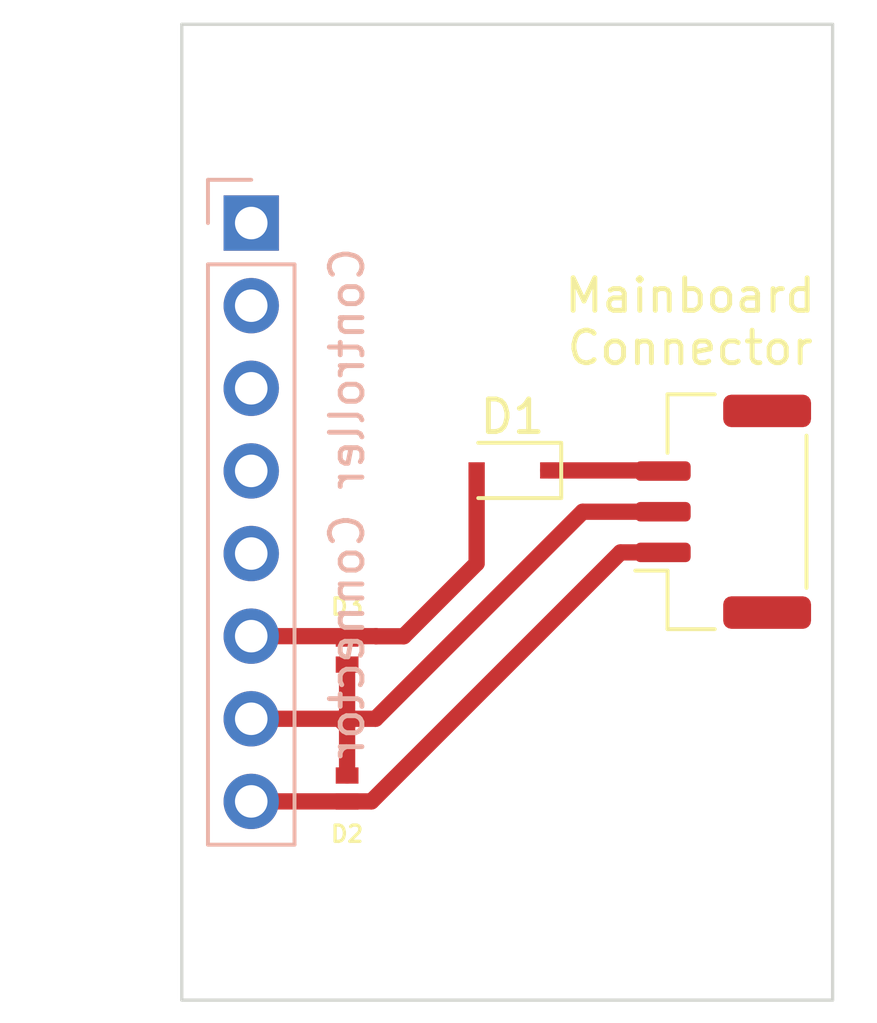
<source format=kicad_pcb>
(kicad_pcb (version 20211014) (generator pcbnew)
  (layers (0 "F.Cu" signal) (31 "B.Cu" signal) (34 "B.Paste" user) (35 "F.Paste" user) (36 "B.SilkS" user "B.Silkscreen") (37 "F.SilkS" user "F.Silkscreen") (38 "B.Mask" user) (39 "F.Mask" user) (44 "Edge.Cuts" user))
  (net 0 "")
  (net 1 "VCC")
  (net 2 "GND")
  (net 3 "/C-Data")
  (net 9 "Net-(D1-Pad2)")
  (footprint "Connector_JST:JST_GH_SM03B-GHS-TB_1x03-1MP_P1.25mm_Horizontal" (layer "F.Cu") (at 197.993 94.996 90)
    (fp_text reference "J2")
    (fp_text value "Conn_01x03_Male")
    (fp_line (start -3.61 -1.71) (end -1.81 -1.71) (layer "F.SilkS") (width 0.12))
    (fp_line (start 3.61 -1.71) (end 1.81 -1.71) (layer "F.SilkS") (width 0.12))
    (fp_line (start -1.81 -1.71) (end -1.81 -2.7) (layer "F.SilkS") (width 0.12))
    (fp_line (start -2.34 2.56) (end 2.34 2.56) (layer "F.SilkS") (width 0.12))
    (fp_line (start 3.61 -0.26) (end 3.61 -1.71) (layer "F.SilkS") (width 0.12))
    (fp_line (start -3.61 -0.26) (end -3.61 -1.71) (layer "F.SilkS") (width 0.12))
    (pad "1" smd roundrect (at -1.25 -1.85 90) (size 0.6 1.7) (layers "F.Cu" "F.Paste" "F.Mask") (net 3 "/C-Data"))
    (pad "2" smd roundrect (at 0 -1.85 90) (size 0.6 1.7) (layers "F.Cu" "F.Paste" "F.Mask") (net 2 "GND"))
    (pad "3" smd roundrect (at 1.25 -1.85 90) (size 0.6 1.7) (layers "F.Cu" "F.Paste" "F.Mask") (net 1 "VCC"))
    (pad "MP" smd roundrect (at -3.1 1.35 90) (size 1 2.7) (layers "F.Cu" "F.Paste" "F.Mask"))
    (pad "MP" smd roundrect (at 3.1 1.35 90) (size 1 2.7) (layers "F.Cu" "F.Paste" "F.Mask"))
  )
  (footprint "Diode_SMD:D_SOD-323F" (layer "F.Cu") (at 191.516 93.726 180)
    (fp_text reference "D1" (at 0 1.651) (layer "F.SilkS"))
    (fp_text value "BAT760-7")
    (fp_line (start -1.5 -0.85) (end 1.05 -0.85) (layer "F.SilkS") (width 0.12))
    (fp_line (start -1.5 0.85) (end 1.05 0.85) (layer "F.SilkS") (width 0.12))
    (fp_line (start -1.5 -0.85) (end -1.5 0.85) (layer "F.SilkS") (width 0.12))
    (pad "1" smd rect (at -1.1 0 180) (size 0.5 0.5) (layers "F.Cu" "F.Paste" "F.Mask") (net 1 "VCC"))
    (pad "2" smd rect (at 1.1 0 180) (size 0.5 0.5) (layers "F.Cu" "F.Paste" "F.Mask") (net 9 "Net-(D1-Pad2)"))
  )
  (footprint "MountingHole:MountingHole_2.2mm_M2" (layer "F.Cu") (at 191.389 83.312)
    (fp_text reference "H2")
    (fp_text value "MountingHole")
    (pad "" np_thru_hole circle (at 0 0) (size 2.2 2.2) (drill 2.2) (layers *.Cu *.Mask))
  )
  (footprint "SOD882:SOD882" (layer "F.Cu") (at 186.436 99.295 -90)
    (fp_text reference "D3" (at -1.378 0 180) (layer "F.SilkS") (effects (font (size 0.5 0.5) (thickness 0.1))))
    (fp_text value "LESD8D12T5G" hide)
    (pad "1" smd rect (at -0.4 0 270) (size 0.5 0.7) (layers "F.Cu" "F.Paste" "F.Mask") (net 9 "Net-(D1-Pad2)"))
    (pad "2" smd rect (at 0.4 0 270) (size 0.5 0.7) (layers "F.Cu" "F.Paste" "F.Mask") (net 2 "GND"))
  )
  (footprint "SOD882:SOD882" (layer "F.Cu") (at 186.436 103.505 -90)
    (fp_text reference "D2" (at 1.397 0 180) (layer "F.SilkS") (effects (font (size 0.5 0.5) (thickness 0.1))))
    (fp_text value "LESD8D3.3CAT5G" hide)
    (pad "1" smd rect (at -0.4 0 270) (size 0.5 0.7) (layers "F.Cu" "F.Paste" "F.Mask") (net 2 "GND"))
    (pad "2" smd rect (at 0.4 0 270) (size 0.5 0.7) (layers "F.Cu" "F.Paste" "F.Mask") (net 3 "/C-Data"))
  )
  (footprint "MountingHole:MountingHole_2.2mm_M2" (layer "F.Cu") (at 191.389 106.68)
    (fp_text reference "H1")
    (fp_text value "MountingHole")
    (pad "" np_thru_hole circle (at 0 0) (size 2.2 2.2) (drill 2.2) (layers *.Cu *.Mask))
  )
  (footprint "Connector_PinSocket_2.54mm:PinSocket_1x08_P2.54mm_Vertical" (layer "B.Cu") (at 183.49 86.121 180)
    (fp_text reference "J1")
    (fp_text value "Conn_01x08_Female")
    (fp_line (start -1.33 -1.27) (end 1.33 -1.27) (layer "B.SilkS") (width 0.12))
    (fp_line (start -1.33 -1.27) (end -1.33 -19.11) (layer "B.SilkS") (width 0.12))
    (fp_line (start -1.33 -19.11) (end 1.33 -19.11) (layer "B.SilkS") (width 0.12))
    (fp_line (start 1.33 1.33) (end 1.33 0) (layer "B.SilkS") (width 0.12))
    (fp_line (start 0 1.33) (end 1.33 1.33) (layer "B.SilkS") (width 0.12))
    (fp_line (start 1.33 -1.27) (end 1.33 -19.11) (layer "B.SilkS") (width 0.12))
    (pad "1" thru_hole rect (at 0 0 180) (size 1.7 1.7) (drill 1) (layers *.Cu *.Mask))
    (pad "2" thru_hole oval (at 0 -2.54 180) (size 1.7 1.7) (drill 1) (layers *.Cu *.Mask))
    (pad "3" thru_hole oval (at 0 -5.08 180) (size 1.7 1.7) (drill 1) (layers *.Cu *.Mask))
    (pad "4" thru_hole oval (at 0 -7.62 180) (size 1.7 1.7) (drill 1) (layers *.Cu *.Mask))
    (pad "5" thru_hole oval (at 0 -10.16 180) (size 1.7 1.7) (drill 1) (layers *.Cu *.Mask))
    (pad "6" thru_hole oval (at 0 -12.7 180) (size 1.7 1.7) (drill 1) (layers *.Cu *.Mask) (net 9 "Net-(D1-Pad2)"))
    (pad "7" thru_hole oval (at 0 -15.24 180) (size 1.7 1.7) (drill 1) (layers *.Cu *.Mask) (net 2 "GND"))
    (pad "8" thru_hole oval (at 0 -17.78 180) (size 1.7 1.7) (drill 1) (layers *.Cu *.Mask) (net 3 "/C-Data"))
  )
  (gr_line (start 201.356 110.01) (end 181.356 110.01) (layer "Edge.Cuts") (width 0.1))
  (gr_line (start 181.356 110.01) (end 181.356 80.01) (layer "Edge.Cuts") (width 0.1))
  (gr_line (start 201.356 80.01) (end 201.356 110.01) (layer "Edge.Cuts") (width 0.1))
  (gr_line (start 181.356 80.01) (end 201.356 80.01) (layer "Edge.Cuts") (width 0.1))
  (gr_text "Controller Connector" (at 186.436 94.742 90) (layer "B.SilkS") (effects (font (size 1 1)) (justify mirror)))
  (gr_text "Mainboard\nConnector" (at 196.977 89.154) (layer "F.SilkS") (effects (font (size 1 1))))
  (segment (start 196.123 93.726) (end 196.143 93.746) (width 0.5) (layer "F.Cu") (net 1))
  (segment (start 192.616 93.726) (end 196.123 93.726) (width 0.5) (layer "F.Cu") (net 1))
  (segment (start 196.143 94.996) (end 193.675 94.996) (width 0.5) (layer "F.Cu") (net 2))
  (segment (start 187.31 101.361) (end 186.197 101.361) (width 0.5) (layer "F.Cu") (net 2))
  (segment (start 186.436 99.695) (end 186.436 101.6) (width 0.5) (layer "F.Cu") (net 2))
  (segment (start 186.436 101.6) (end 186.197 101.361) (width 0.5) (layer "F.Cu") (net 2))
  (segment (start 193.675 94.996) (end 187.31 101.361) (width 0.5) (layer "F.Cu") (net 2))
  (segment (start 186.197 101.361) (end 183.49 101.361) (width 0.5) (layer "F.Cu") (net 2))
  (segment (start 186.436 103.105) (end 186.436 101.6) (width 0.5) (layer "F.Cu") (net 2))
  (segment (start 196.143 96.246) (end 194.838 96.246) (width 0.5) (layer "F.Cu") (net 3))
  (segment (start 194.838 96.246) (end 187.183 103.901) (width 0.5) (layer "F.Cu") (net 3))
  (segment (start 187.183 103.901) (end 183.49 103.901) (width 0.5) (layer "F.Cu") (net 3))
  (segment (start 183.49 98.821) (end 187.321 98.821) (width 0.5) (layer "F.Cu") (net 9))
  (segment (start 187.325 98.825) (end 188.175 98.825) (width 0.5) (layer "F.Cu") (net 9))
  (segment (start 187.321 98.821) (end 187.325 98.825) (width 0.5) (layer "F.Cu") (net 9))
  (segment (start 188.175 98.825) (end 190.416 96.584) (width 0.5) (layer "F.Cu") (net 9))
  (segment (start 190.416 93.726) (end 190.416 96.584) (width 0.5) (layer "F.Cu") (net 9))
)
</source>
